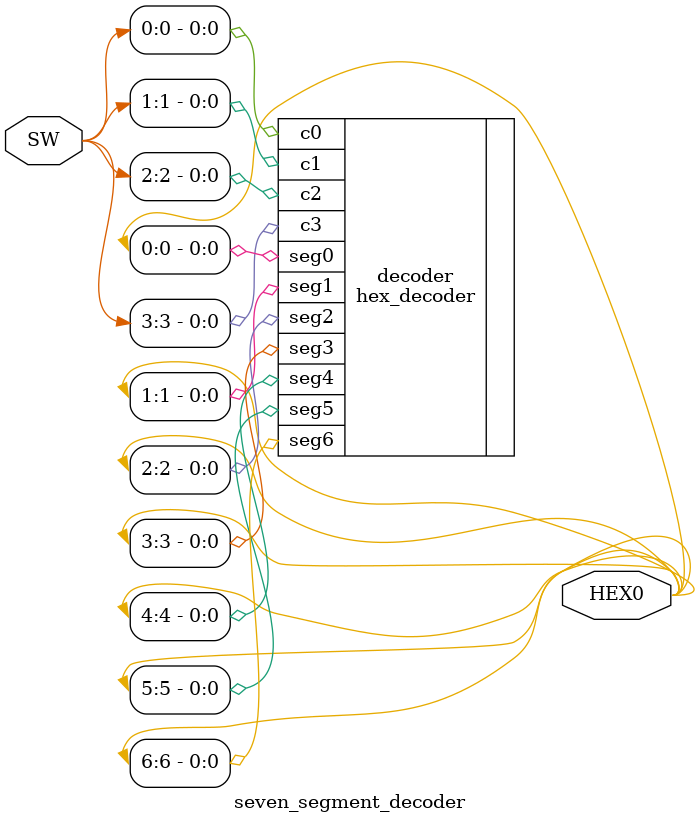
<source format=v>
`timescale 1ns / 1ns // `timescale time_unit/time_precision

module seven_segment_decoder(SW, HEX0);
	input [3:0] SW;
	output [6:0] HEX0;
	
	// SW[0] is control signal c0
	// SW[1] is control signal c1
	// SW[2] is control signal c2
	// SW[3] is control signal c3
	
	hex_decoder decoder (
	
		//input ports --> control signals
		.c0(SW[0]),
		.c1(SW[1]),
		.c2(SW[2]),
		.c3(SW[3]),
		
		// output ports --> segments
		.seg0(HEX0[0]),
		.seg1(HEX0[1]),
		.seg2(HEX0[2]),
		.seg3(HEX0[3]),
		.seg4(HEX0[4]),
		.seg5(HEX0[5]),
		.seg6(HEX0[6])
		
	);
	
endmodule

</source>
